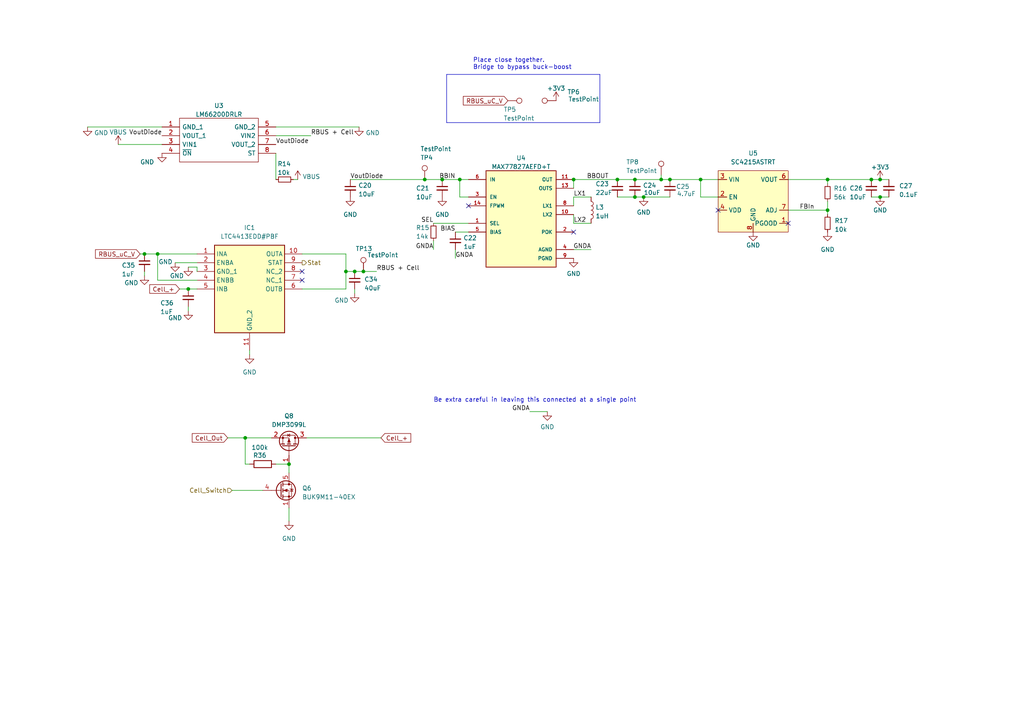
<source format=kicad_sch>
(kicad_sch (version 20250114) (generator "eeschema") (generator_version "9.0")
  (paper "A4")
  (lib_symbols
    (symbol "Connector:TestPoint" (pin_numbers (hide yes)) (pin_names (offset 0.762) (hide yes))
      (property "Reference" "TP" (at 0 6.858 0))
      (property "Value" "TestPoint" (at 0 5.08 0))
      (symbol "TestPoint_0_1"
        (circle (center 0 3.302) (radius 0.762))
      )
      (symbol "TestPoint_1_1"
        (pin passive line (at 0 0 90) (length 2.54) (name "1") (number "1"))
      )
    )
    (symbol "Device:C_Small" (pin_numbers (hide yes)) (pin_names (offset 0.254) (hide yes))
      (property "Reference" "C" (at 0.254 1.778 0))
      (property "Value" "C_Small" (at 0.254 -2.032 0))
      (symbol "C_Small_0_1"
        (polyline (pts (xy -1.524 0.508) (xy 1.524 0.508)) (stroke (width 0.3048)))
        (polyline (pts (xy -1.524 -0.508) (xy 1.524 -0.508)) (stroke (width 0.3302)))
      )
      (symbol "C_Small_1_1"
        (pin passive line (at 0 2.54 270) (length 2.032) (name "~") (number "1"))
        (pin passive line (at 0 -2.54 90) (length 2.032) (name "~") (number "2"))
      )
    )
    (symbol "Device:L" (pin_numbers (hide yes)) (pin_names (offset 1.016) (hide yes))
      (property "Reference" "L" (at -1.27 0 90))
      (property "Value" "L" (at 1.905 0 90))
      (symbol "L_0_1"
        (arc (start 0 2.54) (mid 0.6323 1.905) (end 0 1.27))
        (arc (start 0 1.27) (mid 0.6323 0.635) (end 0 0))
        (arc (start 0 0) (mid 0.6323 -0.635) (end 0 -1.27))
        (arc (start 0 -1.27) (mid 0.6323 -1.905) (end 0 -2.54))
      )
      (symbol "L_1_1"
        (pin passive line (at 0 3.81 270) (length 1.27) (name "1") (number "1"))
        (pin passive line (at 0 -3.81 90) (length 1.27) (name "2") (number "2"))
      )
    )
    (symbol "Device:R" (pin_numbers (hide yes)) (pin_names (offset 0))
      (property "Reference" "R" (at 2.032 0 90))
      (property "Value" "R" (at 0 0 90))
      (symbol "R_0_1"
        (rectangle (start -1.016 -2.54) (end 1.016 2.54) (stroke (width 0.254)))
      )
      (symbol "R_1_1"
        (pin passive line (at 0 3.81 270) (length 1.27) (name "~") (number "1"))
        (pin passive line (at 0 -3.81 90) (length 1.27) (name "~") (number "2"))
      )
    )
    (symbol "Device:R_Small" (pin_numbers (hide yes)) (pin_names (offset 0.254) (hide yes))
      (property "Reference" "R" (at 0.762 0.508 0))
      (property "Value" "R_Small" (at 0.762 -1.016 0))
      (symbol "R_Small_0_1"
        (rectangle (start -0.762 1.778) (end 0.762 -1.778) (stroke (width 0.2032)))
      )
      (symbol "R_Small_1_1"
        (pin passive line (at 0 2.54 270) (length 0.762) (name "~") (number "1"))
        (pin passive line (at 0 -2.54 90) (length 0.762) (name "~") (number "2"))
      )
    )
    (symbol "Transistor_FET:BUK9M11-40EX" (pin_names (hide yes))
      (property "Reference" "Q" (at 5.08 1.905 0))
      (property "Value" "BUK9M11-40EX" (at 5.08 0 0))
      (symbol "BUK9M11-40EX_0_1"
        (polyline (pts (xy 0.254 1.905) (xy 0.254 -1.905)) (stroke (width 0.254)))
        (polyline (pts (xy 0.254 0) (xy -2.54 0)))
        (polyline (pts (xy 0.762 2.286) (xy 0.762 1.27)) (stroke (width 0.254)))
        (polyline (pts (xy 0.762 0.508) (xy 0.762 -0.508)) (stroke (width 0.254)))
        (polyline (pts (xy 0.762 -1.27) (xy 0.762 -2.286)) (stroke (width 0.254)))
        (polyline (pts (xy 0.762 -1.778) (xy 3.302 -1.778) (xy 3.302 1.778) (xy 0.762 1.778)))
        (polyline (pts (xy 1.016 0) (xy 2.032 0.381) (xy 2.032 -0.381) (xy 1.016 0)) (fill (type outline)))
        (circle (center 1.651 0) (radius 2.794) (stroke (width 0.254)))
        (polyline (pts (xy 2.54 2.54) (xy 2.54 1.778)))
        (circle (center 2.54 1.778) (radius 0.254) (fill (type outline)))
        (circle (center 2.54 -1.778) (radius 0.254) (fill (type outline)))
        (polyline (pts (xy 2.54 -2.54) (xy 2.54 0) (xy 0.762 0)))
        (polyline (pts (xy 2.794 0.508) (xy 2.921 0.381) (xy 3.683 0.381) (xy 3.81 0.254)))
        (polyline (pts (xy 3.302 0.381) (xy 2.921 -0.254) (xy 3.683 -0.254) (xy 3.302 0.381)))
      )
      (symbol "BUK9M11-40EX_1_1"
        (pin passive line (at -5.08 0 0) (length 2.54) (name "G") (number "4"))
        (pin passive line (at 2.54 5.08 270) (length 2.54) (name "D") (number "5"))
        (pin passive line (at 2.54 -5.08 90) (length 2.54) (name "S") (number "1"))
        (pin passive line (at 2.54 -5.08 90) (length 2.54) (hide yes) (name "S") (number "2"))
        (pin passive line (at 2.54 -5.08 90) (length 2.54) (hide yes) (name "S") (number "3"))
      )
    )
    (symbol "Transistor_FET:DMP3099L" (pin_names (offset 0) (hide yes))
      (property "Reference" "Q" (at 5.08 1.905 0))
      (property "Value" "DMP3099L" (at 5.08 0 0))
      (symbol "DMP3099L_0_1"
        (polyline (pts (xy 0.254 1.905) (xy 0.254 -1.905)) (stroke (width 0.254)))
        (polyline (pts (xy 0.254 0) (xy -2.54 0)))
        (polyline (pts (xy 0.762 2.286) (xy 0.762 1.27)) (stroke (width 0.254)))
        (polyline (pts (xy 0.762 1.778) (xy 3.302 1.778) (xy 3.302 -1.778) (xy 0.762 -1.778)))
        (polyline (pts (xy 0.762 0.508) (xy 0.762 -0.508)) (stroke (width 0.254)))
        (polyline (pts (xy 0.762 -1.27) (xy 0.762 -2.286)) (stroke (width 0.254)))
        (circle (center 1.651 0) (radius 2.794) (stroke (width 0.254)))
        (polyline (pts (xy 2.286 0) (xy 1.27 0.381) (xy 1.27 -0.381) (xy 2.286 0)) (fill (type outline)))
        (polyline (pts (xy 2.54 2.54) (xy 2.54 1.778)))
        (circle (center 2.54 1.778) (radius 0.254) (fill (type outline)))
        (circle (center 2.54 -1.778) (radius 0.254) (fill (type outline)))
        (polyline (pts (xy 2.54 -2.54) (xy 2.54 0) (xy 0.762 0)))
        (polyline (pts (xy 2.921 -0.381) (xy 3.683 -0.381)))
        (polyline (pts (xy 3.302 -0.381) (xy 2.921 0.254) (xy 3.683 0.254) (xy 3.302 -0.381)))
      )
      (symbol "DMP3099L_1_1"
        (pin input line (at -5.08 0 0) (length 2.54) (name "G") (number "1"))
        (pin passive line (at 2.54 5.08 270) (length 2.54) (name "D") (number "3"))
        (pin passive line (at 2.54 -5.08 90) (length 2.54) (name "S") (number "2"))
      )
    )
    (symbol "iclr:LM66200DRLR" (pin_names (offset 0.762))
      (property "Reference" "U" (at 29.21 7.62 0))
      (property "Value" "LM66200DRLR" (at 29.21 5.08 0))
      (symbol "LM66200DRLR_0_0"
        (pin passive line (at 0 0 0) (length 5.08) (name "GND_1") (number "1"))
        (pin passive line (at 0 -2.54 0) (length 5.08) (name "VOUT_1") (number "2"))
        (pin passive line (at 0 -5.08 0) (length 5.08) (name "VIN1") (number "3"))
        (pin passive line (at 0 -7.62 0) (length 5.08) (name "~{ON}") (number "4"))
        (pin passive line (at 33.02 0 180) (length 5.08) (name "GND_2") (number "5"))
        (pin passive line (at 33.02 -2.54 180) (length 5.08) (name "VIN2") (number "6"))
        (pin passive line (at 33.02 -5.08 180) (length 5.08) (name "VOUT_2") (number "7"))
        (pin passive line (at 33.02 -7.62 180) (length 5.08) (name "ST") (number "8"))
      )
      (symbol "LM66200DRLR_0_1"
        (polyline (pts (xy 5.08 2.54) (xy 27.94 2.54) (xy 27.94 -10.16) (xy 5.08 -10.16) (xy 5.08 2.54)) (stroke (width 0.1524)))
      )
    )
    (symbol "iclr:LTC4413EDD#PBF"
      (property "Reference" "IC" (at 26.67 7.62 0))
      (property "Value" "LTC4413EDD#PBF" (at 26.67 5.08 0))
      (symbol "LTC4413EDD#PBF_1_1"
        (rectangle (start 5.08 2.54) (end 25.4 -22.86) (stroke (width 0.254)) (fill (type background)))
        (pin passive line (at 0 0 0) (length 5.08) (name "INA") (number "1"))
        (pin passive line (at 0 -2.54 0) (length 5.08) (name "ENBA") (number "2"))
        (pin passive line (at 0 -5.08 0) (length 5.08) (name "GND_1") (number "3"))
        (pin passive line (at 0 -7.62 0) (length 5.08) (name "ENBB") (number "4"))
        (pin passive line (at 0 -10.16 0) (length 5.08) (name "INB") (number "5"))
        (pin passive line (at 15.24 -27.94 90) (length 5.08) (name "GND_2") (number "11"))
        (pin passive line (at 30.48 0 180) (length 5.08) (name "OUTA") (number "10"))
        (pin passive line (at 30.48 -2.54 180) (length 5.08) (name "STAT") (number "9"))
        (pin passive line (at 30.48 -5.08 180) (length 5.08) (name "NC_2") (number "8"))
        (pin passive line (at 30.48 -7.62 180) (length 5.08) (name "NC_1") (number "7"))
        (pin passive line (at 30.48 -10.16 180) (length 5.08) (name "OUTB") (number "6"))
      )
    )
    (symbol "iclr:MAX77827AEFD+T" (pin_names (offset 1.016))
      (property "Reference" "U?" (at -10.16 13.208 0))
      (property "Value" "MAX77827AEFD+T" (at -10.16 -17.78 0))
      (symbol "MAX77827AEFD+T_0_0"
        (rectangle (start -10.16 -15.24) (end 10.16 12.7) (stroke (width 0.254)) (fill (type background)))
        (pin input line (at -15.24 10.16 0) (length 5.08) (name "IN") (number "6"))
        (pin input line (at -15.24 5.08 0) (length 5.08) (name "EN") (number "3"))
        (pin input line (at -15.24 2.54 0) (length 5.08) (name "FPWM") (number "14"))
        (pin passive line (at -15.24 -2.54 0) (length 5.08) (name "SEL") (number "1"))
        (pin passive line (at -15.24 -5.08 0) (length 5.08) (name "BIAS") (number "5"))
        (pin output line (at 15.24 10.16 180) (length 5.08) (name "OUT") (number "11"))
        (pin input line (at 15.24 7.62 180) (length 5.08) (name "OUTS") (number "13"))
        (pin passive line (at 15.24 2.54 180) (length 5.08) (name "LX1") (number "8"))
        (pin passive line (at 15.24 0 180) (length 5.08) (name "LX2") (number "10"))
        (pin output line (at 15.24 -5.08 180) (length 5.08) (name "POK") (number "2"))
        (pin power_in line (at 15.24 -10.16 180) (length 5.08) (name "AGND") (number "4"))
        (pin power_in line (at 15.24 -12.7 180) (length 5.08) (name "PGND") (number "9"))
      )
    )
    (symbol "iclr:SC4215ASTRT"
      (property "Reference" "U5" (at 0 4.8428 0))
      (property "Value" "SC4215" (at 0 2.3059 0))
      (symbol "SC4215ASTRT_1_1"
        (rectangle (start -10.16 1.27) (end 10.16 -16.51) (fill (type background)))
        (pin power_in line (at -10.16 -1.27 0) (length 2.54) (name "VIN") (number "3"))
        (pin input line (at -10.16 -6.35 0) (length 2.54) (name "EN") (number "2"))
        (pin input line (at -10.16 -10.16 0) (length 2.54) (name "VDD") (number "4"))
        (pin no_connect line (at -10.16 -15.24 0) (length 2.54) (hide yes) (name "NC") (number "5"))
        (pin power_out line (at 0 -16.51 90) (length 2.54) (name "GND") (number "8"))
        (pin power_out line (at 0 -16.51 90) (length 2.54) (hide yes) (name "GND") (number "9"))
        (pin power_out line (at 10.16 -1.27 180) (length 2.54) (name "VOUT") (number "6"))
        (pin input line (at 10.16 -10.16 180) (length 2.54) (name "ADJ") (number "7"))
        (pin output line (at 10.16 -13.97 180) (length 2.54) (name "PGOOD") (number "1"))
      )
    )
    (symbol "power:+3.3V" (power) (pin_names (offset 0))
      (property "Value" "+3.3V" (at 0 3.556 0))
      (symbol "+3.3V_0_1"
        (polyline (pts (xy -0.762 1.27) (xy 0 2.54)))
        (polyline (pts (xy 0 2.54) (xy 0.762 1.27)))
        (polyline (pts (xy 0 0) (xy 0 2.54)))
      )
      (symbol "+3.3V_1_1"
        (pin power_in line (at 0 0 90) (length 0) (hide yes) (name "+3V3") (number "1"))
      )
    )
    (symbol "power:GND" (power) (pin_names (offset 0))
      (property "Value" "GND" (at 0 -3.81 0))
      (symbol "GND_0_1"
        (polyline (pts (xy 0 0) (xy 0 -1.27) (xy 1.27 -1.27) (xy 0 -2.54) (xy -1.27 -1.27) (xy 0 -1.27)))
      )
      (symbol "GND_1_1"
        (pin power_in line (at 0 0 270) (length 0) (hide yes) (name "GND") (number "1"))
      )
    )
    (symbol "power:VBUS" (power) (pin_names (offset 0))
      (property "Value" "VBUS" (at 0 3.81 0))
      (symbol "VBUS_0_1"
        (polyline (pts (xy -0.762 1.27) (xy 0 2.54)))
        (polyline (pts (xy 0 2.54) (xy 0.762 1.27)))
        (polyline (pts (xy 0 0) (xy 0 2.54)))
      )
      (symbol "VBUS_1_1"
        (pin power_in line (at 0 0 90) (length 0) (hide yes) (name "VBUS") (number "1"))
      )
    )
  )
  (text "Place close together.\nBridge to bypass buck-boost\n" (at 137.16 20.32 0) (effects (font (size 1.27 1.27)) (justify left bottom)))
  (text "Be extra careful in leaving this connected at a single point\n" (at 125.73 116.84 0) (effects (font (size 1.27 1.27)) (justify left bottom)))
  (junction (at 184.15 52.07))
  (junction (at 240.03 52.07))
  (junction (at 255.27 52.07))
  (junction (at 191.77 52.07))
  (junction (at 186.69 57.15))
  (junction (at 102.87 78.74))
  (junction (at 128.27 52.07))
  (junction (at 71.12 127))
  (junction (at 252.73 52.07))
  (junction (at 194.31 52.07))
  (junction (at 255.27 57.15))
  (junction (at 203.2 52.07))
  (junction (at 166.37 52.07))
  (junction (at 45.72 73.66))
  (junction (at 123.19 52.07))
  (junction (at 83.82 134.62))
  (junction (at 100.33 78.74))
  (junction (at 240.03 60.96))
  (junction (at 105.41 78.74))
  (junction (at 133.35 52.07))
  (junction (at 179.07 52.07))
  (junction (at 41.91 73.66))
  (junction (at 184.15 57.15))
  (junction (at 54.61 83.82))
  (no_connect (at 87.63 81.28))
  (no_connect (at 166.37 67.31))
  (no_connect (at 135.89 59.69))
  (no_connect (at 87.63 78.74))
  (no_connect (at 208.28 60.96))
  (no_connect (at 228.6 64.77))
  (wire (pts (xy 80.01 52.07) (xy 80.01 44.45)))
  (wire (pts (xy 87.63 73.66) (xy 100.33 73.66)))
  (polyline (pts (xy 129.54 21.59) (xy 129.54 35.56)))
  (wire (pts (xy 133.35 57.15) (xy 135.89 57.15)))
  (wire (pts (xy 104.14 36.83) (xy 80.01 36.83)))
  (wire (pts (xy 166.37 52.07) (xy 179.07 52.07)))
  (wire (pts (xy 179.07 52.07) (xy 184.15 52.07)))
  (wire (pts (xy 240.03 52.07) (xy 240.03 53.34)))
  (wire (pts (xy 166.37 57.15) (xy 171.45 57.15)))
  (wire (pts (xy 179.07 57.15) (xy 184.15 57.15)))
  (wire (pts (xy 45.72 81.28) (xy 57.15 81.28)))
  (wire (pts (xy 228.6 52.07) (xy 240.03 52.07)))
  (wire (pts (xy 166.37 64.77) (xy 166.37 62.23)))
  (wire (pts (xy 45.72 73.66) (xy 57.15 73.66)))
  (wire (pts (xy 194.31 52.07) (xy 203.2 52.07)))
  (wire (pts (xy 67.31 142.24) (xy 76.2 142.24)))
  (wire (pts (xy 100.33 83.82) (xy 87.63 83.82)))
  (wire (pts (xy 50.8 76.2) (xy 57.15 76.2)))
  (wire (pts (xy 41.91 73.66) (xy 45.72 73.66)))
  (wire (pts (xy 125.73 64.77) (xy 135.89 64.77)))
  (wire (pts (xy 166.37 72.39) (xy 171.45 72.39)))
  (wire (pts (xy 191.77 52.07) (xy 194.31 52.07)))
  (wire (pts (xy 240.03 58.42) (xy 240.03 60.96)))
  (wire (pts (xy 41.91 80.01) (xy 41.91 78.74)))
  (wire (pts (xy 166.37 59.69) (xy 166.37 57.15)))
  (wire (pts (xy 100.33 78.74) (xy 100.33 83.82)))
  (wire (pts (xy 52.07 83.82) (xy 54.61 83.82)))
  (wire (pts (xy 191.77 50.8) (xy 191.77 52.07)))
  (wire (pts (xy 184.15 52.07) (xy 191.77 52.07)))
  (wire (pts (xy 252.73 57.15) (xy 255.27 57.15)))
  (wire (pts (xy 133.35 52.07) (xy 133.35 57.15)))
  (wire (pts (xy 123.19 52.07) (xy 128.27 52.07)))
  (wire (pts (xy 186.69 57.15) (xy 194.31 57.15)))
  (wire (pts (xy 125.73 72.39) (xy 125.73 69.85)))
  (wire (pts (xy 208.28 57.15) (xy 203.2 57.15)))
  (wire (pts (xy 228.6 60.96) (xy 240.03 60.96)))
  (wire (pts (xy 83.82 134.62) (xy 83.82 137.16)))
  (wire (pts (xy 100.33 73.66) (xy 100.33 78.74)))
  (wire (pts (xy 109.22 78.74) (xy 105.41 78.74)))
  (wire (pts (xy 80.01 134.62) (xy 83.82 134.62)))
  (wire (pts (xy 171.45 64.77) (xy 166.37 64.77)))
  (wire (pts (xy 255.27 57.15) (xy 257.81 57.15)))
  (wire (pts (xy 88.9 127) (xy 110.49 127)))
  (wire (pts (xy 25.4 36.83) (xy 46.99 36.83)))
  (wire (pts (xy 71.12 127) (xy 71.12 134.62)))
  (wire (pts (xy 34.29 41.91) (xy 46.99 41.91)))
  (wire (pts (xy 101.6 52.07) (xy 123.19 52.07)))
  (wire (pts (xy 186.69 57.15) (xy 184.15 57.15)))
  (polyline (pts (xy 173.99 35.56) (xy 129.54 35.56)))
  (wire (pts (xy 71.12 127) (xy 78.74 127)))
  (polyline (pts (xy 173.99 21.59) (xy 173.99 35.56)))
  (wire (pts (xy 54.61 88.9) (xy 54.61 90.17)))
  (wire (pts (xy 54.61 77.47) (xy 57.15 77.47)))
  (wire (pts (xy 153.67 119.38) (xy 158.75 119.38)))
  (wire (pts (xy 105.41 78.74) (xy 102.87 78.74)))
  (wire (pts (xy 128.27 52.07) (xy 133.35 52.07)))
  (wire (pts (xy 66.04 127) (xy 71.12 127)))
  (wire (pts (xy 86.36 52.07) (xy 85.09 52.07)))
  (polyline (pts (xy 129.54 21.59) (xy 173.99 21.59)))
  (wire (pts (xy 54.61 83.82) (xy 57.15 83.82)))
  (wire (pts (xy 166.37 54.61) (xy 166.37 52.07)))
  (wire (pts (xy 102.87 78.74) (xy 100.33 78.74)))
  (wire (pts (xy 102.87 85.09) (xy 102.87 83.82)))
  (wire (pts (xy 132.08 67.31) (xy 135.89 67.31)))
  (wire (pts (xy 83.82 147.32) (xy 83.82 151.13)))
  (wire (pts (xy 45.72 73.66) (xy 45.72 81.28)))
  (wire (pts (xy 255.27 52.07) (xy 252.73 52.07)))
  (wire (pts (xy 133.35 52.07) (xy 135.89 52.07)))
  (wire (pts (xy 72.39 102.87) (xy 72.39 101.6)))
  (wire (pts (xy 255.27 52.07) (xy 257.81 52.07)))
  (wire (pts (xy 90.17 39.37) (xy 80.01 39.37)))
  (wire (pts (xy 240.03 60.96) (xy 240.03 62.23)))
  (wire (pts (xy 40.64 73.66) (xy 41.91 73.66)))
  (wire (pts (xy 203.2 57.15) (xy 203.2 52.07)))
  (wire (pts (xy 203.2 52.07) (xy 208.28 52.07)))
  (wire (pts (xy 240.03 52.07) (xy 252.73 52.07)))
  (wire (pts (xy 57.15 77.47) (xy 57.15 78.74)))
  (wire (pts (xy 132.08 74.93) (xy 132.08 72.39)))
  (wire (pts (xy 71.12 134.62) (xy 72.39 134.62)))
  (label "VoutDiode" (at 80.01 41.91 0))
  (label "GNDA" (at 132.08 74.93 0))
  (label "VoutDiode" (at 46.99 39.37 180))
  (label "RBUS + Cell" (at 90.17 39.37 0))
  (label "FBIn" (at 236.22 60.96 180))
  (label "BIAS" (at 132.08 67.31 180))
  (label "LX2" (at 166.37 64.77 0))
  (label "GNDA" (at 153.67 119.38 180))
  (label "GNDA" (at 125.73 72.39 180))
  (label "SEL" (at 125.73 64.77 180))
  (label "VoutDiode" (at 101.6 52.07 0))
  (label "GNDA" (at 171.45 72.39 180))
  (label "BBOUT" (at 170.18 52.07 0))
  (label "RBUS + Cell" (at 109.22 78.74 0))
  (label "LX1" (at 166.37 57.15 0))
  (label "BBIN" (at 132.08 52.07 180))
  (global_label "RBUS_uC_V" (shape input) (at 40.64 73.66 180) (property "Intersheetrefs" "${INTERSHEET_REFS}" (effects (hide yes))))
  (global_label "Cell_+" (shape input) (at 110.49 127 0) (property "Intersheetrefs" "${INTERSHEET_REFS}" (effects (hide yes))))
  (global_label "RBUS_uC_V" (shape input) (at 147.32 29.21 180) (property "Intersheetrefs" "${INTERSHEET_REFS}" (effects (hide yes))))
  (global_label "Cell_Out" (shape input) (at 66.04 127 180) (property "Intersheetrefs" "${INTERSHEET_REFS}" (effects (hide yes))))
  (global_label "Cell_+" (shape input) (at 52.07 83.82 180) (property "Intersheetrefs" "${INTERSHEET_REFS}" (effects (hide yes))))
  (hierarchical_label "Cell_Switch" (shape input) (at 67.31 142.24 180))
  (hierarchical_label "Stat" (shape output) (at 87.63 76.2 0))
  (symbol (lib_id "power:+3.3V") (at 161.29 29.21 0) (unit 1)
    (property "Reference" "#PWR043" (effects (hide yes)))
    (property "Value" "+3V3" (at 161.29 25.6342 0))
  )
  (symbol (lib_id "iclr:LM66200DRLR") (at 46.99 36.83 0) (unit 1)
    (property "Reference" "U3" (at 63.5 30.641 0))
    (property "Value" "LM66200DRLR" (at 63.5 33.1779 0))
    (property "Footprint" "iclr:SOTFL50P160X60-8N" (effects (hide yes)))
    (property "Datasheet" "https://www.ti.com/lit/gpn/lm66200" (effects (hide yes)))
    (property "Description" "1.6-V to 5.5-V, 40-m, 2.5-A, low-IQ, dual ideal diode" (effects (hide yes)))
    (property "Height" "0.6" (effects (hide yes)))
    (property "Manufacturer_Name" "Texas Instruments" (effects (hide yes)))
    (property "Manufacturer_Part_Number" "LM66200DRLR" (effects (hide yes)))
    (property "Mouser Part Number" "595-LM66200DRLR" (effects (hide yes)))
    (property "Mouser Price/Stock" "https://www.mouser.co.uk/ProductDetail/Texas-Instruments/LM66200DRLR?qs=Rp5uXu7WBW90hnpZAkIOdQ%3D%3D" (effects (hide yes)))
    (property "Arrow Part Number" "LM66200DRLR" (effects (hide yes)))
    (property "Arrow Price/Stock" "https://www.arrow.com/en/products/lm66200drlr/texas-instruments?region=nac" (effects (hide yes)))
  )
  (symbol (lib_id "Connector:TestPoint") (at 191.77 50.8 0) (unit 1)
    (property "Reference" "TP8" (at 181.61 46.99 0) (effects (justify left)))
    (property "Value" "TestPoint" (at 181.61 49.5269 0) (effects (justify left)))
    (property "Footprint" "TestPoint:TestPoint_Pad_D1.5mm" (effects (hide yes)))
  )
  (symbol (lib_id "Device:R_Small") (at 125.73 67.31 0) (unit 1)
    (property "Reference" "R15" (at 120.65 66.04 0) (effects (justify left)))
    (property "Value" "14k" (at 120.65 68.5769 0) (effects (justify left)))
    (property "Footprint" "Resistor_SMD:R_0402_1005Metric" (effects (hide yes)))
  )
  (symbol (lib_id "Device:C_Small") (at 257.81 54.61 180) (unit 1)
    (property "Reference" "C27" (at 260.7683 53.9154 0) (effects (justify right)))
    (property "Value" "0.1uF" (at 260.7683 56.4554 0) (effects (justify right)))
    (property "Footprint" "Capacitor_SMD:C_0402_1005Metric" (effects (hide yes)))
  )
  (symbol (lib_id "Device:C_Small") (at 41.91 76.2 0) (unit 1)
    (property "Reference" "C35" (at 35.306 76.962 0) (effects (justify left)))
    (property "Value" "1uF" (at 35.306 79.502 0) (effects (justify left)))
    (property "Footprint" "Capacitor_SMD:C_0402_1005Metric" (effects (hide yes)))
  )
  (symbol (lib_id "power:GND") (at 41.91 80.01 0) (unit 1)
    (property "Reference" "#PWR083" (effects (hide yes)))
    (property "Value" "GND" (at 38.1 82.042 0))
  )
  (symbol (lib_id "Connector:TestPoint") (at 147.32 29.21 270) (unit 1)
    (property "Reference" "TP5" (at 146.05 31.75 90) (effects (justify left)))
    (property "Value" "TestPoint" (at 146.05 34.2869 90) (effects (justify left)))
    (property "Footprint" "TestPoint:TestPoint_Pad_D1.5mm" (effects (hide yes)))
  )
  (symbol (lib_id "Device:C_Small") (at 184.15 54.61 0) (unit 1)
    (property "Reference" "C24" (at 186.4741 53.7816 0) (effects (justify left)))
    (property "Value" "10uF" (at 186.69 55.88 0) (effects (justify left)))
    (property "Footprint" "Capacitor_SMD:C_0402_1005Metric" (effects (hide yes)))
  )
  (symbol (lib_id "Transistor_FET:BUK9M11-40EX") (at 81.28 142.24 0) (unit 1)
    (property "Reference" "Q6" (at 87.63 141.605 0) (effects (justify left)))
    (property "Value" "BUK9M11-40EX" (at 87.63 144.145 0) (effects (justify left)))
    (property "Footprint" "Package_TO_SOT_SMD:LFPAK33" (effects (hide yes)))
    (property "Datasheet" "https://assets.nexperia.com/documents/data-sheet/BUK9M11-40E.pdf" (effects (hide yes)))
  )
  (symbol (lib_id "power:VBUS") (at 34.29 41.91 0) (unit 1)
    (property "Reference" "#PWR036" (effects (hide yes)))
    (property "Value" "VBUS" (at 34.29 38.3342 0))
  )
  (symbol (lib_id "Device:R") (at 76.2 134.62 270) (unit 1)
    (property "Reference" "R36" (at 73.406 132.08 90) (effects (justify left)))
    (property "Value" "100k" (at 72.898 129.794 90) (effects (justify left)))
    (property "Footprint" "Resistor_SMD:R_0402_1005Metric" (effects (hide yes)))
    (property "Description" "Resistor" (effects (hide yes)))
  )
  (symbol (lib_id "Device:L") (at 171.45 60.96 0) (unit 1)
    (property "Reference" "L3" (at 172.72 60.1253 0) (effects (justify left)))
    (property "Value" "1uH" (at 172.72 62.6622 0) (effects (justify left)))
    (property "Footprint" "Inductor_SMD:L_0805_2012Metric" (effects (hide yes)))
  )
  (symbol (lib_id "Device:R_Small") (at 82.55 52.07 270) (unit 1)
    (property "Reference" "R14" (at 80.4811 47.5279 90) (effects (justify left)))
    (property "Value" "10k" (at 80.4811 50.0679 90) (effects (justify left)))
    (property "Footprint" "Resistor_SMD:R_0402_1005Metric" (effects (hide yes)))
  )
  (symbol (lib_id "Connector:TestPoint") (at 123.19 52.07 0) (unit 1)
    (property "Reference" "TP4" (at 121.92 45.72 0) (effects (justify left)))
    (property "Value" "TestPoint" (at 121.92 43.1831 0) (effects (justify left)))
    (property "Footprint" "TestPoint:TestPoint_Pad_D1.5mm" (effects (hide yes)))
  )
  (symbol (lib_id "Connector:TestPoint") (at 105.41 78.74 0) (unit 1)
    (property "Reference" "TP13" (at 103.124 72.136 0) (effects (justify left)))
    (property "Value" "TestPoint" (at 106.553 73.9648 0) (effects (justify left)))
    (property "Footprint" "TestPoint:TestPoint_Pad_D1.0mm" (effects (hide yes)))
  )
  (symbol (lib_id "Device:R_Small") (at 240.03 64.77 0) (unit 1)
    (property "Reference" "R17" (at 242.044 64.0197 0) (effects (justify left)))
    (property "Value" "10k" (at 242.044 66.5597 0) (effects (justify left)))
    (property "Footprint" "Resistor_SMD:R_0402_1005Metric" (effects (hide yes)))
  )
  (symbol (lib_id "power:GND") (at 102.87 85.09 0) (unit 1)
    (property "Reference" "#PWR085" (effects (hide yes)))
    (property "Value" "GND" (at 99.06 87.122 0))
  )
  (symbol (lib_id "power:GND") (at 50.8 76.2 0) (unit 1)
    (property "Reference" "#PWR081" (effects (hide yes)))
    (property "Value" "GND" (at 48.006 75.946 0))
  )
  (symbol (lib_id "power:GND") (at 186.69 57.15 0) (unit 1)
    (property "Reference" "#PWR045" (effects (hide yes)))
    (property "Value" "GND" (at 186.69 61.5934 0))
  )
  (symbol (lib_id "Device:C_Small") (at 128.27 54.61 0) (unit 1)
    (property "Reference" "C21" (at 120.65 54.61 0) (effects (justify left)))
    (property "Value" "10uF" (at 120.65 57.1469 0) (effects (justify left)))
    (property "Footprint" "Capacitor_SMD:C_0603_1608Metric" (effects (hide yes)))
  )
  (symbol (lib_id "iclr:LTC4413EDD#PBF") (at 57.15 73.66 0) (unit 1)
    (property "Reference" "IC1" (at 72.39 66.04 0))
    (property "Value" "LTC4413EDD#PBF" (at 72.39 68.58 0))
    (property "Footprint" "iclr:SON50P300X300X80-11N-D" (effects (hide yes)))
    (property "Datasheet" "https://datasheet.datasheetarchive.com/originals/distributors/SFDatasheet-4/sf-00092150.pdf" (effects (hide yes)))
    (property "Description" "Hot Swap Controller LTC4413EDD#PBF, Positive Voltage Dual , 2.5  5.5 V, DFN, 10-Pin" (effects (hide yes)))
    (property "Height" "0.8" (effects (hide yes)))
    (property "Mouser Part Number" "584-LTC4413EDD#PBF" (effects (hide yes)))
    (property "Mouser Price/Stock" "https://www.mouser.co.uk/ProductDetail/Analog-Devices/LTC4413EDDPBF?qs=hVkxg5c3xu8C49q5%2F70MeA%3D%3D" (effects (hide yes)))
    (property "Manufacturer_Name" "Analog Devices" (effects (hide yes)))
    (property "Manufacturer_Part_Number" "LTC4413EDD#PBF" (effects (hide yes)))
  )
  (symbol (lib_id "power:GND") (at 101.6 57.15 0) (unit 1)
    (property "Reference" "#PWR039" (effects (hide yes)))
    (property "Value" "GND" (at 101.6 62.23 0))
  )
  (symbol (lib_id "power:+3.3V") (at 255.27 52.07 0) (unit 1)
    (property "Reference" "#PWR049" (effects (hide yes)))
    (property "Value" "+3V3" (at 255.27 48.4942 0))
  )
  (symbol (lib_id "power:GND") (at 255.27 57.15 0) (unit 1)
    (property "Reference" "#PWR050" (effects (hide yes)))
    (property "Value" "GND" (at 255.27 60.96 0))
  )
  (symbol (lib_id "Transistor_FET:DMP3099L") (at 83.82 129.54 270) (mirror x) (unit 1)
    (property "Reference" "Q8" (at 83.82 120.65 90))
    (property "Value" "DMP3099L" (at 83.82 123.19 90))
    (property "Footprint" "Package_TO_SOT_SMD:SOT-23" (effects (hide yes)))
    (property "Datasheet" "https://www.diodes.com/assets/Datasheets/DMP3099L.pdf" (effects (hide yes)))
    (property "Description" "-3.8A Id, -30V Vds, P-Channel MOSFET, SOT-23" (effects (hide yes)))
  )
  (symbol (lib_id "power:GND") (at 218.44 67.31 0) (unit 1)
    (property "Reference" "#PWR047" (effects (hide yes)))
    (property "Value" "GND" (at 218.44 71.12 0))
  )
  (symbol (lib_id "Device:C_Small") (at 252.73 54.61 180) (unit 1)
    (property "Reference" "C26" (at 246.38 54.61 0) (effects (justify right)))
    (property "Value" "10uF" (at 246.38 57.15 0) (effects (justify right)))
    (property "Footprint" "Capacitor_SMD:C_0402_1005Metric" (effects (hide yes)))
  )
  (symbol (lib_id "power:GND") (at 128.27 57.15 0) (unit 1)
    (property "Reference" "#PWR041" (effects (hide yes)))
    (property "Value" "GND" (at 128.27 62.23 0))
  )
  (symbol (lib_id "Device:C_Small") (at 54.61 86.36 0) (unit 1)
    (property "Reference" "C36" (at 46.482 87.884 0) (effects (justify left)))
    (property "Value" "1uF" (at 46.482 90.424 0) (effects (justify left)))
    (property "Footprint" "Capacitor_SMD:C_0402_1005Metric" (effects (hide yes)))
  )
  (symbol (lib_id "Connector:TestPoint") (at 161.29 29.21 90) (unit 1)
    (property "Reference" "TP6" (at 166.37 26.67 90))
    (property "Value" "TestPoint" (at 169.291 28.7716 90))
    (property "Footprint" "TestPoint:TestPoint_Pad_D1.5mm" (effects (hide yes)))
  )
  (symbol (lib_id "Device:C_Small") (at 102.87 81.28 0) (unit 1)
    (property "Reference" "C34" (at 105.664 81.026 0) (effects (justify left)))
    (property "Value" "40uF" (at 105.664 83.566 0) (effects (justify left)))
    (property "Footprint" "Capacitor_SMD:C_0402_1005Metric" (effects (hide yes)))
  )
  (symbol (lib_id "power:GND") (at 54.61 77.47 0) (unit 1)
    (property "Reference" "#PWR080" (effects (hide yes)))
    (property "Value" "GND" (at 51.308 80.01 0))
  )
  (symbol (lib_id "iclr:SC4215ASTRT") (at 218.44 50.8 0) (unit 1)
    (property "Reference" "U5" (at 218.44 44.45 0))
    (property "Value" "SC4215ASTRT" (at 218.44 46.99 0))
    (property "Footprint" "iclr:SOIC127P599X175-9N" (effects (hide yes)))
  )
  (symbol (lib_id "power:GND") (at 83.82 151.13 0) (unit 1)
    (property "Reference" "#PWR086" (effects (hide yes)))
    (property "Value" "GND" (at 83.82 156.21 0))
  )
  (symbol (lib_id "power:GND") (at 54.61 90.17 0) (unit 1)
    (property "Reference" "#PWR084" (effects (hide yes)))
    (property "Value" "GND" (at 50.8 92.202 0))
  )
  (symbol (lib_id "Device:C_Small") (at 101.6 54.61 0) (unit 1)
    (property "Reference" "C20" (at 103.9241 53.7816 0) (effects (justify left)))
    (property "Value" "10uF" (at 103.9241 56.3185 0) (effects (justify left)))
    (property "Footprint" "Capacitor_SMD:C_0402_1005Metric" (effects (hide yes)))
  )
  (symbol (lib_id "iclr:MAX77827AEFD+T") (at 151.13 62.23 0) (unit 1)
    (property "Reference" "U4" (at 151.13 45.8302 0))
    (property "Value" "MAX77827AEFD+T" (at 151.13 48.3671 0))
    (property "Footprint" "iclr:CONV_MAX77827AEFD+T" (effects (hide yes)))
    (property "MANUFACTURER" "Maxim Integrated" (effects (hide yes)))
    (property "MAXIMUM_PACKAGE_HEIGHT" "0.6mm" (effects (hide yes)))
    (property "PARTREV" "B" (effects (hide yes)))
    (property "STANDARD" "Manufacturer Recommended" (effects (hide yes)))
  )
  (symbol (lib_id "power:VBUS") (at 86.36 52.07 0) (unit 1)
    (property "Reference" "#PWR038" (effects (hide yes)))
    (property "Value" "VBUS" (at 87.757 51.2338 0) (effects (justify left)))
  )
  (symbol (lib_id "power:GND") (at 240.03 67.31 0) (unit 1)
    (property "Reference" "#PWR048" (effects (hide yes)))
    (property "Value" "GND" (at 240.03 72.39 0))
  )
  (symbol (lib_id "power:GND") (at 166.37 74.93 0) (unit 1)
    (property "Reference" "#PWR044" (effects (hide yes)))
    (property "Value" "GND" (at 166.37 79.3734 0))
  )
  (symbol (lib_id "power:GND") (at 25.4 36.83 0) (unit 1)
    (property "Reference" "#PWR035" (effects (hide yes)))
    (property "Value" "GND" (at 27.305 38.5338 0) (effects (justify left)))
  )
  (symbol (lib_id "Device:C_Small") (at 194.31 54.61 0) (unit 1)
    (property "Reference" "C25" (at 196.0936 54.1168 0) (effects (justify left)))
    (property "Value" "4.7uF" (at 196.3095 56.2152 0) (effects (justify left)))
    (property "Footprint" "Capacitor_SMD:C_0402_1005Metric" (effects (hide yes)))
  )
  (symbol (lib_id "Device:C_Small") (at 179.07 54.61 0) (unit 1)
    (property "Reference" "C23" (at 172.72 53.3431 0) (effects (justify left)))
    (property "Value" "22uF" (at 172.72 55.88 0) (effects (justify left)))
    (property "Footprint" "Capacitor_SMD:C_0603_1608Metric" (effects (hide yes)))
  )
  (symbol (lib_id "power:GND") (at 46.99 44.45 0) (unit 1)
    (property "Reference" "#PWR037" (effects (hide yes)))
    (property "Value" "GND" (at 40.64 46.99 0) (effects (justify left)))
  )
  (symbol (lib_id "Device:R_Small") (at 240.03 55.88 0) (unit 1)
    (property "Reference" "R16" (at 241.7867 54.6505 0) (effects (justify left)))
    (property "Value" "56k" (at 241.7867 57.1905 0) (effects (justify left)))
    (property "Footprint" "Resistor_SMD:R_0402_1005Metric" (effects (hide yes)))
  )
  (symbol (lib_id "power:GND") (at 104.14 36.83 0) (unit 1)
    (property "Reference" "#PWR040" (effects (hide yes)))
    (property "Value" "GND" (at 106.045 38.5338 0) (effects (justify left)))
  )
  (symbol (lib_id "Device:C_Small") (at 132.08 69.85 0) (unit 1)
    (property "Reference" "C22" (at 134.4041 69.0216 0) (effects (justify left)))
    (property "Value" "1uF" (at 134.4041 71.5585 0) (effects (justify left)))
    (property "Footprint" "Capacitor_SMD:C_0402_1005Metric" (effects (hide yes)))
  )
  (symbol (lib_id "power:GND") (at 158.75 119.38 0) (unit 1)
    (property "Reference" "#PWR042" (effects (hide yes)))
    (property "Value" "GND" (at 158.75 123.8234 0))
  )
  (symbol (lib_id "power:GND") (at 72.39 102.87 0) (unit 1)
    (property "Reference" "#PWR079" (effects (hide yes)))
    (property "Value" "GND" (at 72.39 107.95 0))
  )
)
</source>
